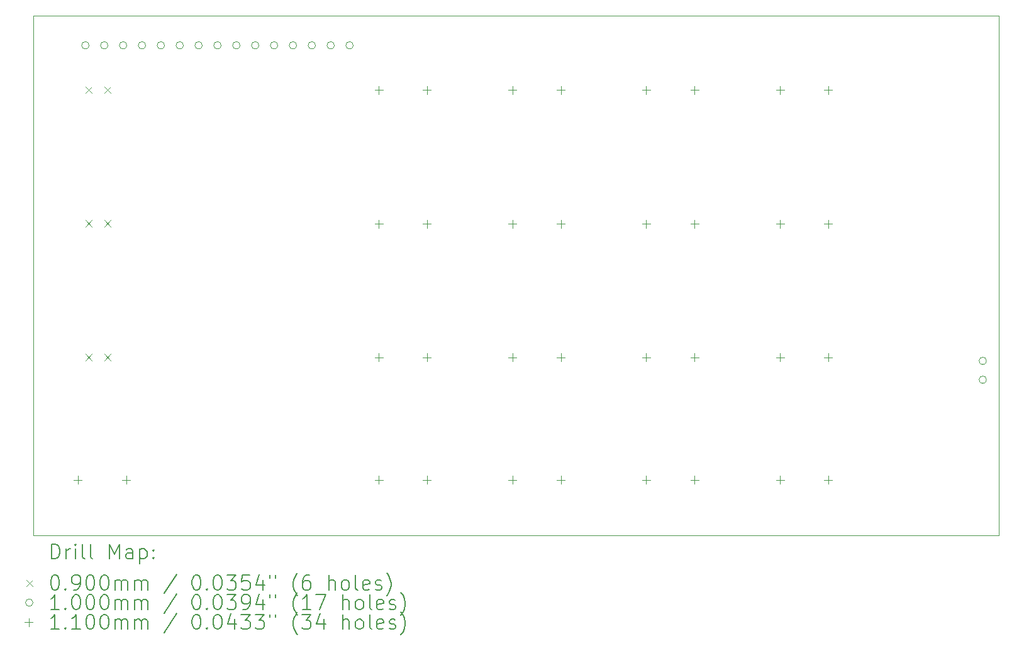
<source format=gbr>
%TF.GenerationSoftware,KiCad,Pcbnew,7.0.1-0*%
%TF.CreationDate,2024-08-11T08:50:27+01:00*%
%TF.ProjectId,Zero_1_Control_Panel,5a65726f-5f31-45f4-936f-6e74726f6c5f,rev?*%
%TF.SameCoordinates,Original*%
%TF.FileFunction,Drillmap*%
%TF.FilePolarity,Positive*%
%FSLAX45Y45*%
G04 Gerber Fmt 4.5, Leading zero omitted, Abs format (unit mm)*
G04 Created by KiCad (PCBNEW 7.0.1-0) date 2024-08-11 08:50:27*
%MOMM*%
%LPD*%
G01*
G04 APERTURE LIST*
%ADD10C,0.100000*%
%ADD11C,0.200000*%
%ADD12C,0.090000*%
%ADD13C,0.110000*%
G04 APERTURE END LIST*
D10*
X5000000Y-5000000D02*
X18000000Y-5000000D01*
X18000000Y-12000000D01*
X5000000Y-12000000D01*
X5000000Y-5000000D01*
D11*
D12*
X5701000Y-5955000D02*
X5791000Y-6045000D01*
X5791000Y-5955000D02*
X5701000Y-6045000D01*
X5701000Y-7755000D02*
X5791000Y-7845000D01*
X5791000Y-7755000D02*
X5701000Y-7845000D01*
X5701000Y-9555000D02*
X5791000Y-9645000D01*
X5791000Y-9555000D02*
X5701000Y-9645000D01*
X5955000Y-5955000D02*
X6045000Y-6045000D01*
X6045000Y-5955000D02*
X5955000Y-6045000D01*
X5955000Y-7755000D02*
X6045000Y-7845000D01*
X6045000Y-7755000D02*
X5955000Y-7845000D01*
X5955000Y-9555000D02*
X6045000Y-9645000D01*
X6045000Y-9555000D02*
X5955000Y-9645000D01*
D10*
X5750000Y-5400000D02*
G75*
G03*
X5750000Y-5400000I-50000J0D01*
G01*
X6004000Y-5400000D02*
G75*
G03*
X6004000Y-5400000I-50000J0D01*
G01*
X6258000Y-5400000D02*
G75*
G03*
X6258000Y-5400000I-50000J0D01*
G01*
X6512000Y-5400000D02*
G75*
G03*
X6512000Y-5400000I-50000J0D01*
G01*
X6766000Y-5400000D02*
G75*
G03*
X6766000Y-5400000I-50000J0D01*
G01*
X7020000Y-5400000D02*
G75*
G03*
X7020000Y-5400000I-50000J0D01*
G01*
X7274000Y-5400000D02*
G75*
G03*
X7274000Y-5400000I-50000J0D01*
G01*
X7528000Y-5400000D02*
G75*
G03*
X7528000Y-5400000I-50000J0D01*
G01*
X7782000Y-5400000D02*
G75*
G03*
X7782000Y-5400000I-50000J0D01*
G01*
X8036000Y-5400000D02*
G75*
G03*
X8036000Y-5400000I-50000J0D01*
G01*
X8290000Y-5400000D02*
G75*
G03*
X8290000Y-5400000I-50000J0D01*
G01*
X8544000Y-5400000D02*
G75*
G03*
X8544000Y-5400000I-50000J0D01*
G01*
X8798000Y-5400000D02*
G75*
G03*
X8798000Y-5400000I-50000J0D01*
G01*
X9052000Y-5400000D02*
G75*
G03*
X9052000Y-5400000I-50000J0D01*
G01*
X9306000Y-5400000D02*
G75*
G03*
X9306000Y-5400000I-50000J0D01*
G01*
X17830000Y-9652000D02*
G75*
G03*
X17830000Y-9652000I-50000J0D01*
G01*
X17830000Y-9906000D02*
G75*
G03*
X17830000Y-9906000I-50000J0D01*
G01*
D13*
X5600000Y-11199000D02*
X5600000Y-11309000D01*
X5545000Y-11254000D02*
X5655000Y-11254000D01*
X6250000Y-11199000D02*
X6250000Y-11309000D01*
X6195000Y-11254000D02*
X6305000Y-11254000D01*
X9650000Y-5949000D02*
X9650000Y-6059000D01*
X9595000Y-6004000D02*
X9705000Y-6004000D01*
X9650000Y-7749000D02*
X9650000Y-7859000D01*
X9595000Y-7804000D02*
X9705000Y-7804000D01*
X9650000Y-9549000D02*
X9650000Y-9659000D01*
X9595000Y-9604000D02*
X9705000Y-9604000D01*
X9650000Y-11199000D02*
X9650000Y-11309000D01*
X9595000Y-11254000D02*
X9705000Y-11254000D01*
X10300000Y-5949000D02*
X10300000Y-6059000D01*
X10245000Y-6004000D02*
X10355000Y-6004000D01*
X10300000Y-7749000D02*
X10300000Y-7859000D01*
X10245000Y-7804000D02*
X10355000Y-7804000D01*
X10300000Y-9549000D02*
X10300000Y-9659000D01*
X10245000Y-9604000D02*
X10355000Y-9604000D01*
X10300000Y-11199000D02*
X10300000Y-11309000D01*
X10245000Y-11254000D02*
X10355000Y-11254000D01*
X11450000Y-5949000D02*
X11450000Y-6059000D01*
X11395000Y-6004000D02*
X11505000Y-6004000D01*
X11450000Y-7749000D02*
X11450000Y-7859000D01*
X11395000Y-7804000D02*
X11505000Y-7804000D01*
X11450000Y-9549000D02*
X11450000Y-9659000D01*
X11395000Y-9604000D02*
X11505000Y-9604000D01*
X11450000Y-11199000D02*
X11450000Y-11309000D01*
X11395000Y-11254000D02*
X11505000Y-11254000D01*
X12100000Y-5949000D02*
X12100000Y-6059000D01*
X12045000Y-6004000D02*
X12155000Y-6004000D01*
X12100000Y-7749000D02*
X12100000Y-7859000D01*
X12045000Y-7804000D02*
X12155000Y-7804000D01*
X12100000Y-9549000D02*
X12100000Y-9659000D01*
X12045000Y-9604000D02*
X12155000Y-9604000D01*
X12100000Y-11199000D02*
X12100000Y-11309000D01*
X12045000Y-11254000D02*
X12155000Y-11254000D01*
X13250000Y-5949000D02*
X13250000Y-6059000D01*
X13195000Y-6004000D02*
X13305000Y-6004000D01*
X13250000Y-7749000D02*
X13250000Y-7859000D01*
X13195000Y-7804000D02*
X13305000Y-7804000D01*
X13250000Y-9549000D02*
X13250000Y-9659000D01*
X13195000Y-9604000D02*
X13305000Y-9604000D01*
X13250000Y-11199000D02*
X13250000Y-11309000D01*
X13195000Y-11254000D02*
X13305000Y-11254000D01*
X13900000Y-5949000D02*
X13900000Y-6059000D01*
X13845000Y-6004000D02*
X13955000Y-6004000D01*
X13900000Y-7749000D02*
X13900000Y-7859000D01*
X13845000Y-7804000D02*
X13955000Y-7804000D01*
X13900000Y-9549000D02*
X13900000Y-9659000D01*
X13845000Y-9604000D02*
X13955000Y-9604000D01*
X13900000Y-11199000D02*
X13900000Y-11309000D01*
X13845000Y-11254000D02*
X13955000Y-11254000D01*
X15050000Y-5949000D02*
X15050000Y-6059000D01*
X14995000Y-6004000D02*
X15105000Y-6004000D01*
X15050000Y-7749000D02*
X15050000Y-7859000D01*
X14995000Y-7804000D02*
X15105000Y-7804000D01*
X15050000Y-9549000D02*
X15050000Y-9659000D01*
X14995000Y-9604000D02*
X15105000Y-9604000D01*
X15050000Y-11199000D02*
X15050000Y-11309000D01*
X14995000Y-11254000D02*
X15105000Y-11254000D01*
X15700000Y-5949000D02*
X15700000Y-6059000D01*
X15645000Y-6004000D02*
X15755000Y-6004000D01*
X15700000Y-7749000D02*
X15700000Y-7859000D01*
X15645000Y-7804000D02*
X15755000Y-7804000D01*
X15700000Y-9549000D02*
X15700000Y-9659000D01*
X15645000Y-9604000D02*
X15755000Y-9604000D01*
X15700000Y-11199000D02*
X15700000Y-11309000D01*
X15645000Y-11254000D02*
X15755000Y-11254000D01*
D11*
X5242619Y-12317524D02*
X5242619Y-12117524D01*
X5242619Y-12117524D02*
X5290238Y-12117524D01*
X5290238Y-12117524D02*
X5318810Y-12127048D01*
X5318810Y-12127048D02*
X5337857Y-12146095D01*
X5337857Y-12146095D02*
X5347381Y-12165143D01*
X5347381Y-12165143D02*
X5356905Y-12203238D01*
X5356905Y-12203238D02*
X5356905Y-12231809D01*
X5356905Y-12231809D02*
X5347381Y-12269905D01*
X5347381Y-12269905D02*
X5337857Y-12288952D01*
X5337857Y-12288952D02*
X5318810Y-12308000D01*
X5318810Y-12308000D02*
X5290238Y-12317524D01*
X5290238Y-12317524D02*
X5242619Y-12317524D01*
X5442619Y-12317524D02*
X5442619Y-12184190D01*
X5442619Y-12222286D02*
X5452143Y-12203238D01*
X5452143Y-12203238D02*
X5461667Y-12193714D01*
X5461667Y-12193714D02*
X5480714Y-12184190D01*
X5480714Y-12184190D02*
X5499762Y-12184190D01*
X5566429Y-12317524D02*
X5566429Y-12184190D01*
X5566429Y-12117524D02*
X5556905Y-12127048D01*
X5556905Y-12127048D02*
X5566429Y-12136571D01*
X5566429Y-12136571D02*
X5575952Y-12127048D01*
X5575952Y-12127048D02*
X5566429Y-12117524D01*
X5566429Y-12117524D02*
X5566429Y-12136571D01*
X5690238Y-12317524D02*
X5671190Y-12308000D01*
X5671190Y-12308000D02*
X5661667Y-12288952D01*
X5661667Y-12288952D02*
X5661667Y-12117524D01*
X5795000Y-12317524D02*
X5775952Y-12308000D01*
X5775952Y-12308000D02*
X5766428Y-12288952D01*
X5766428Y-12288952D02*
X5766428Y-12117524D01*
X6023571Y-12317524D02*
X6023571Y-12117524D01*
X6023571Y-12117524D02*
X6090238Y-12260381D01*
X6090238Y-12260381D02*
X6156905Y-12117524D01*
X6156905Y-12117524D02*
X6156905Y-12317524D01*
X6337857Y-12317524D02*
X6337857Y-12212762D01*
X6337857Y-12212762D02*
X6328333Y-12193714D01*
X6328333Y-12193714D02*
X6309286Y-12184190D01*
X6309286Y-12184190D02*
X6271190Y-12184190D01*
X6271190Y-12184190D02*
X6252143Y-12193714D01*
X6337857Y-12308000D02*
X6318809Y-12317524D01*
X6318809Y-12317524D02*
X6271190Y-12317524D01*
X6271190Y-12317524D02*
X6252143Y-12308000D01*
X6252143Y-12308000D02*
X6242619Y-12288952D01*
X6242619Y-12288952D02*
X6242619Y-12269905D01*
X6242619Y-12269905D02*
X6252143Y-12250857D01*
X6252143Y-12250857D02*
X6271190Y-12241333D01*
X6271190Y-12241333D02*
X6318809Y-12241333D01*
X6318809Y-12241333D02*
X6337857Y-12231809D01*
X6433095Y-12184190D02*
X6433095Y-12384190D01*
X6433095Y-12193714D02*
X6452143Y-12184190D01*
X6452143Y-12184190D02*
X6490238Y-12184190D01*
X6490238Y-12184190D02*
X6509286Y-12193714D01*
X6509286Y-12193714D02*
X6518809Y-12203238D01*
X6518809Y-12203238D02*
X6528333Y-12222286D01*
X6528333Y-12222286D02*
X6528333Y-12279428D01*
X6528333Y-12279428D02*
X6518809Y-12298476D01*
X6518809Y-12298476D02*
X6509286Y-12308000D01*
X6509286Y-12308000D02*
X6490238Y-12317524D01*
X6490238Y-12317524D02*
X6452143Y-12317524D01*
X6452143Y-12317524D02*
X6433095Y-12308000D01*
X6614048Y-12298476D02*
X6623571Y-12308000D01*
X6623571Y-12308000D02*
X6614048Y-12317524D01*
X6614048Y-12317524D02*
X6604524Y-12308000D01*
X6604524Y-12308000D02*
X6614048Y-12298476D01*
X6614048Y-12298476D02*
X6614048Y-12317524D01*
X6614048Y-12193714D02*
X6623571Y-12203238D01*
X6623571Y-12203238D02*
X6614048Y-12212762D01*
X6614048Y-12212762D02*
X6604524Y-12203238D01*
X6604524Y-12203238D02*
X6614048Y-12193714D01*
X6614048Y-12193714D02*
X6614048Y-12212762D01*
D12*
X4905000Y-12600000D02*
X4995000Y-12690000D01*
X4995000Y-12600000D02*
X4905000Y-12690000D01*
D11*
X5280714Y-12537524D02*
X5299762Y-12537524D01*
X5299762Y-12537524D02*
X5318810Y-12547048D01*
X5318810Y-12547048D02*
X5328333Y-12556571D01*
X5328333Y-12556571D02*
X5337857Y-12575619D01*
X5337857Y-12575619D02*
X5347381Y-12613714D01*
X5347381Y-12613714D02*
X5347381Y-12661333D01*
X5347381Y-12661333D02*
X5337857Y-12699428D01*
X5337857Y-12699428D02*
X5328333Y-12718476D01*
X5328333Y-12718476D02*
X5318810Y-12728000D01*
X5318810Y-12728000D02*
X5299762Y-12737524D01*
X5299762Y-12737524D02*
X5280714Y-12737524D01*
X5280714Y-12737524D02*
X5261667Y-12728000D01*
X5261667Y-12728000D02*
X5252143Y-12718476D01*
X5252143Y-12718476D02*
X5242619Y-12699428D01*
X5242619Y-12699428D02*
X5233095Y-12661333D01*
X5233095Y-12661333D02*
X5233095Y-12613714D01*
X5233095Y-12613714D02*
X5242619Y-12575619D01*
X5242619Y-12575619D02*
X5252143Y-12556571D01*
X5252143Y-12556571D02*
X5261667Y-12547048D01*
X5261667Y-12547048D02*
X5280714Y-12537524D01*
X5433095Y-12718476D02*
X5442619Y-12728000D01*
X5442619Y-12728000D02*
X5433095Y-12737524D01*
X5433095Y-12737524D02*
X5423571Y-12728000D01*
X5423571Y-12728000D02*
X5433095Y-12718476D01*
X5433095Y-12718476D02*
X5433095Y-12737524D01*
X5537857Y-12737524D02*
X5575952Y-12737524D01*
X5575952Y-12737524D02*
X5595000Y-12728000D01*
X5595000Y-12728000D02*
X5604524Y-12718476D01*
X5604524Y-12718476D02*
X5623571Y-12689905D01*
X5623571Y-12689905D02*
X5633095Y-12651809D01*
X5633095Y-12651809D02*
X5633095Y-12575619D01*
X5633095Y-12575619D02*
X5623571Y-12556571D01*
X5623571Y-12556571D02*
X5614048Y-12547048D01*
X5614048Y-12547048D02*
X5595000Y-12537524D01*
X5595000Y-12537524D02*
X5556905Y-12537524D01*
X5556905Y-12537524D02*
X5537857Y-12547048D01*
X5537857Y-12547048D02*
X5528333Y-12556571D01*
X5528333Y-12556571D02*
X5518810Y-12575619D01*
X5518810Y-12575619D02*
X5518810Y-12623238D01*
X5518810Y-12623238D02*
X5528333Y-12642286D01*
X5528333Y-12642286D02*
X5537857Y-12651809D01*
X5537857Y-12651809D02*
X5556905Y-12661333D01*
X5556905Y-12661333D02*
X5595000Y-12661333D01*
X5595000Y-12661333D02*
X5614048Y-12651809D01*
X5614048Y-12651809D02*
X5623571Y-12642286D01*
X5623571Y-12642286D02*
X5633095Y-12623238D01*
X5756905Y-12537524D02*
X5775952Y-12537524D01*
X5775952Y-12537524D02*
X5795000Y-12547048D01*
X5795000Y-12547048D02*
X5804524Y-12556571D01*
X5804524Y-12556571D02*
X5814048Y-12575619D01*
X5814048Y-12575619D02*
X5823571Y-12613714D01*
X5823571Y-12613714D02*
X5823571Y-12661333D01*
X5823571Y-12661333D02*
X5814048Y-12699428D01*
X5814048Y-12699428D02*
X5804524Y-12718476D01*
X5804524Y-12718476D02*
X5795000Y-12728000D01*
X5795000Y-12728000D02*
X5775952Y-12737524D01*
X5775952Y-12737524D02*
X5756905Y-12737524D01*
X5756905Y-12737524D02*
X5737857Y-12728000D01*
X5737857Y-12728000D02*
X5728333Y-12718476D01*
X5728333Y-12718476D02*
X5718809Y-12699428D01*
X5718809Y-12699428D02*
X5709286Y-12661333D01*
X5709286Y-12661333D02*
X5709286Y-12613714D01*
X5709286Y-12613714D02*
X5718809Y-12575619D01*
X5718809Y-12575619D02*
X5728333Y-12556571D01*
X5728333Y-12556571D02*
X5737857Y-12547048D01*
X5737857Y-12547048D02*
X5756905Y-12537524D01*
X5947381Y-12537524D02*
X5966429Y-12537524D01*
X5966429Y-12537524D02*
X5985476Y-12547048D01*
X5985476Y-12547048D02*
X5995000Y-12556571D01*
X5995000Y-12556571D02*
X6004524Y-12575619D01*
X6004524Y-12575619D02*
X6014048Y-12613714D01*
X6014048Y-12613714D02*
X6014048Y-12661333D01*
X6014048Y-12661333D02*
X6004524Y-12699428D01*
X6004524Y-12699428D02*
X5995000Y-12718476D01*
X5995000Y-12718476D02*
X5985476Y-12728000D01*
X5985476Y-12728000D02*
X5966429Y-12737524D01*
X5966429Y-12737524D02*
X5947381Y-12737524D01*
X5947381Y-12737524D02*
X5928333Y-12728000D01*
X5928333Y-12728000D02*
X5918809Y-12718476D01*
X5918809Y-12718476D02*
X5909286Y-12699428D01*
X5909286Y-12699428D02*
X5899762Y-12661333D01*
X5899762Y-12661333D02*
X5899762Y-12613714D01*
X5899762Y-12613714D02*
X5909286Y-12575619D01*
X5909286Y-12575619D02*
X5918809Y-12556571D01*
X5918809Y-12556571D02*
X5928333Y-12547048D01*
X5928333Y-12547048D02*
X5947381Y-12537524D01*
X6099762Y-12737524D02*
X6099762Y-12604190D01*
X6099762Y-12623238D02*
X6109286Y-12613714D01*
X6109286Y-12613714D02*
X6128333Y-12604190D01*
X6128333Y-12604190D02*
X6156905Y-12604190D01*
X6156905Y-12604190D02*
X6175952Y-12613714D01*
X6175952Y-12613714D02*
X6185476Y-12632762D01*
X6185476Y-12632762D02*
X6185476Y-12737524D01*
X6185476Y-12632762D02*
X6195000Y-12613714D01*
X6195000Y-12613714D02*
X6214048Y-12604190D01*
X6214048Y-12604190D02*
X6242619Y-12604190D01*
X6242619Y-12604190D02*
X6261667Y-12613714D01*
X6261667Y-12613714D02*
X6271190Y-12632762D01*
X6271190Y-12632762D02*
X6271190Y-12737524D01*
X6366429Y-12737524D02*
X6366429Y-12604190D01*
X6366429Y-12623238D02*
X6375952Y-12613714D01*
X6375952Y-12613714D02*
X6395000Y-12604190D01*
X6395000Y-12604190D02*
X6423571Y-12604190D01*
X6423571Y-12604190D02*
X6442619Y-12613714D01*
X6442619Y-12613714D02*
X6452143Y-12632762D01*
X6452143Y-12632762D02*
X6452143Y-12737524D01*
X6452143Y-12632762D02*
X6461667Y-12613714D01*
X6461667Y-12613714D02*
X6480714Y-12604190D01*
X6480714Y-12604190D02*
X6509286Y-12604190D01*
X6509286Y-12604190D02*
X6528333Y-12613714D01*
X6528333Y-12613714D02*
X6537857Y-12632762D01*
X6537857Y-12632762D02*
X6537857Y-12737524D01*
X6928333Y-12528000D02*
X6756905Y-12785143D01*
X7185476Y-12537524D02*
X7204524Y-12537524D01*
X7204524Y-12537524D02*
X7223572Y-12547048D01*
X7223572Y-12547048D02*
X7233095Y-12556571D01*
X7233095Y-12556571D02*
X7242619Y-12575619D01*
X7242619Y-12575619D02*
X7252143Y-12613714D01*
X7252143Y-12613714D02*
X7252143Y-12661333D01*
X7252143Y-12661333D02*
X7242619Y-12699428D01*
X7242619Y-12699428D02*
X7233095Y-12718476D01*
X7233095Y-12718476D02*
X7223572Y-12728000D01*
X7223572Y-12728000D02*
X7204524Y-12737524D01*
X7204524Y-12737524D02*
X7185476Y-12737524D01*
X7185476Y-12737524D02*
X7166429Y-12728000D01*
X7166429Y-12728000D02*
X7156905Y-12718476D01*
X7156905Y-12718476D02*
X7147381Y-12699428D01*
X7147381Y-12699428D02*
X7137857Y-12661333D01*
X7137857Y-12661333D02*
X7137857Y-12613714D01*
X7137857Y-12613714D02*
X7147381Y-12575619D01*
X7147381Y-12575619D02*
X7156905Y-12556571D01*
X7156905Y-12556571D02*
X7166429Y-12547048D01*
X7166429Y-12547048D02*
X7185476Y-12537524D01*
X7337857Y-12718476D02*
X7347381Y-12728000D01*
X7347381Y-12728000D02*
X7337857Y-12737524D01*
X7337857Y-12737524D02*
X7328333Y-12728000D01*
X7328333Y-12728000D02*
X7337857Y-12718476D01*
X7337857Y-12718476D02*
X7337857Y-12737524D01*
X7471191Y-12537524D02*
X7490238Y-12537524D01*
X7490238Y-12537524D02*
X7509286Y-12547048D01*
X7509286Y-12547048D02*
X7518810Y-12556571D01*
X7518810Y-12556571D02*
X7528333Y-12575619D01*
X7528333Y-12575619D02*
X7537857Y-12613714D01*
X7537857Y-12613714D02*
X7537857Y-12661333D01*
X7537857Y-12661333D02*
X7528333Y-12699428D01*
X7528333Y-12699428D02*
X7518810Y-12718476D01*
X7518810Y-12718476D02*
X7509286Y-12728000D01*
X7509286Y-12728000D02*
X7490238Y-12737524D01*
X7490238Y-12737524D02*
X7471191Y-12737524D01*
X7471191Y-12737524D02*
X7452143Y-12728000D01*
X7452143Y-12728000D02*
X7442619Y-12718476D01*
X7442619Y-12718476D02*
X7433095Y-12699428D01*
X7433095Y-12699428D02*
X7423572Y-12661333D01*
X7423572Y-12661333D02*
X7423572Y-12613714D01*
X7423572Y-12613714D02*
X7433095Y-12575619D01*
X7433095Y-12575619D02*
X7442619Y-12556571D01*
X7442619Y-12556571D02*
X7452143Y-12547048D01*
X7452143Y-12547048D02*
X7471191Y-12537524D01*
X7604524Y-12537524D02*
X7728333Y-12537524D01*
X7728333Y-12537524D02*
X7661667Y-12613714D01*
X7661667Y-12613714D02*
X7690238Y-12613714D01*
X7690238Y-12613714D02*
X7709286Y-12623238D01*
X7709286Y-12623238D02*
X7718810Y-12632762D01*
X7718810Y-12632762D02*
X7728333Y-12651809D01*
X7728333Y-12651809D02*
X7728333Y-12699428D01*
X7728333Y-12699428D02*
X7718810Y-12718476D01*
X7718810Y-12718476D02*
X7709286Y-12728000D01*
X7709286Y-12728000D02*
X7690238Y-12737524D01*
X7690238Y-12737524D02*
X7633095Y-12737524D01*
X7633095Y-12737524D02*
X7614048Y-12728000D01*
X7614048Y-12728000D02*
X7604524Y-12718476D01*
X7909286Y-12537524D02*
X7814048Y-12537524D01*
X7814048Y-12537524D02*
X7804524Y-12632762D01*
X7804524Y-12632762D02*
X7814048Y-12623238D01*
X7814048Y-12623238D02*
X7833095Y-12613714D01*
X7833095Y-12613714D02*
X7880714Y-12613714D01*
X7880714Y-12613714D02*
X7899762Y-12623238D01*
X7899762Y-12623238D02*
X7909286Y-12632762D01*
X7909286Y-12632762D02*
X7918810Y-12651809D01*
X7918810Y-12651809D02*
X7918810Y-12699428D01*
X7918810Y-12699428D02*
X7909286Y-12718476D01*
X7909286Y-12718476D02*
X7899762Y-12728000D01*
X7899762Y-12728000D02*
X7880714Y-12737524D01*
X7880714Y-12737524D02*
X7833095Y-12737524D01*
X7833095Y-12737524D02*
X7814048Y-12728000D01*
X7814048Y-12728000D02*
X7804524Y-12718476D01*
X8090238Y-12604190D02*
X8090238Y-12737524D01*
X8042619Y-12528000D02*
X7995000Y-12670857D01*
X7995000Y-12670857D02*
X8118810Y-12670857D01*
X8185476Y-12537524D02*
X8185476Y-12575619D01*
X8261667Y-12537524D02*
X8261667Y-12575619D01*
X8556905Y-12813714D02*
X8547381Y-12804190D01*
X8547381Y-12804190D02*
X8528334Y-12775619D01*
X8528334Y-12775619D02*
X8518810Y-12756571D01*
X8518810Y-12756571D02*
X8509286Y-12728000D01*
X8509286Y-12728000D02*
X8499762Y-12680381D01*
X8499762Y-12680381D02*
X8499762Y-12642286D01*
X8499762Y-12642286D02*
X8509286Y-12594667D01*
X8509286Y-12594667D02*
X8518810Y-12566095D01*
X8518810Y-12566095D02*
X8528334Y-12547048D01*
X8528334Y-12547048D02*
X8547381Y-12518476D01*
X8547381Y-12518476D02*
X8556905Y-12508952D01*
X8718810Y-12537524D02*
X8680715Y-12537524D01*
X8680715Y-12537524D02*
X8661667Y-12547048D01*
X8661667Y-12547048D02*
X8652143Y-12556571D01*
X8652143Y-12556571D02*
X8633096Y-12585143D01*
X8633096Y-12585143D02*
X8623572Y-12623238D01*
X8623572Y-12623238D02*
X8623572Y-12699428D01*
X8623572Y-12699428D02*
X8633096Y-12718476D01*
X8633096Y-12718476D02*
X8642619Y-12728000D01*
X8642619Y-12728000D02*
X8661667Y-12737524D01*
X8661667Y-12737524D02*
X8699762Y-12737524D01*
X8699762Y-12737524D02*
X8718810Y-12728000D01*
X8718810Y-12728000D02*
X8728334Y-12718476D01*
X8728334Y-12718476D02*
X8737857Y-12699428D01*
X8737857Y-12699428D02*
X8737857Y-12651809D01*
X8737857Y-12651809D02*
X8728334Y-12632762D01*
X8728334Y-12632762D02*
X8718810Y-12623238D01*
X8718810Y-12623238D02*
X8699762Y-12613714D01*
X8699762Y-12613714D02*
X8661667Y-12613714D01*
X8661667Y-12613714D02*
X8642619Y-12623238D01*
X8642619Y-12623238D02*
X8633096Y-12632762D01*
X8633096Y-12632762D02*
X8623572Y-12651809D01*
X8975953Y-12737524D02*
X8975953Y-12537524D01*
X9061667Y-12737524D02*
X9061667Y-12632762D01*
X9061667Y-12632762D02*
X9052143Y-12613714D01*
X9052143Y-12613714D02*
X9033096Y-12604190D01*
X9033096Y-12604190D02*
X9004524Y-12604190D01*
X9004524Y-12604190D02*
X8985477Y-12613714D01*
X8985477Y-12613714D02*
X8975953Y-12623238D01*
X9185477Y-12737524D02*
X9166429Y-12728000D01*
X9166429Y-12728000D02*
X9156905Y-12718476D01*
X9156905Y-12718476D02*
X9147381Y-12699428D01*
X9147381Y-12699428D02*
X9147381Y-12642286D01*
X9147381Y-12642286D02*
X9156905Y-12623238D01*
X9156905Y-12623238D02*
X9166429Y-12613714D01*
X9166429Y-12613714D02*
X9185477Y-12604190D01*
X9185477Y-12604190D02*
X9214048Y-12604190D01*
X9214048Y-12604190D02*
X9233096Y-12613714D01*
X9233096Y-12613714D02*
X9242619Y-12623238D01*
X9242619Y-12623238D02*
X9252143Y-12642286D01*
X9252143Y-12642286D02*
X9252143Y-12699428D01*
X9252143Y-12699428D02*
X9242619Y-12718476D01*
X9242619Y-12718476D02*
X9233096Y-12728000D01*
X9233096Y-12728000D02*
X9214048Y-12737524D01*
X9214048Y-12737524D02*
X9185477Y-12737524D01*
X9366429Y-12737524D02*
X9347381Y-12728000D01*
X9347381Y-12728000D02*
X9337858Y-12708952D01*
X9337858Y-12708952D02*
X9337858Y-12537524D01*
X9518810Y-12728000D02*
X9499762Y-12737524D01*
X9499762Y-12737524D02*
X9461667Y-12737524D01*
X9461667Y-12737524D02*
X9442619Y-12728000D01*
X9442619Y-12728000D02*
X9433096Y-12708952D01*
X9433096Y-12708952D02*
X9433096Y-12632762D01*
X9433096Y-12632762D02*
X9442619Y-12613714D01*
X9442619Y-12613714D02*
X9461667Y-12604190D01*
X9461667Y-12604190D02*
X9499762Y-12604190D01*
X9499762Y-12604190D02*
X9518810Y-12613714D01*
X9518810Y-12613714D02*
X9528334Y-12632762D01*
X9528334Y-12632762D02*
X9528334Y-12651809D01*
X9528334Y-12651809D02*
X9433096Y-12670857D01*
X9604524Y-12728000D02*
X9623572Y-12737524D01*
X9623572Y-12737524D02*
X9661667Y-12737524D01*
X9661667Y-12737524D02*
X9680715Y-12728000D01*
X9680715Y-12728000D02*
X9690239Y-12708952D01*
X9690239Y-12708952D02*
X9690239Y-12699428D01*
X9690239Y-12699428D02*
X9680715Y-12680381D01*
X9680715Y-12680381D02*
X9661667Y-12670857D01*
X9661667Y-12670857D02*
X9633096Y-12670857D01*
X9633096Y-12670857D02*
X9614048Y-12661333D01*
X9614048Y-12661333D02*
X9604524Y-12642286D01*
X9604524Y-12642286D02*
X9604524Y-12632762D01*
X9604524Y-12632762D02*
X9614048Y-12613714D01*
X9614048Y-12613714D02*
X9633096Y-12604190D01*
X9633096Y-12604190D02*
X9661667Y-12604190D01*
X9661667Y-12604190D02*
X9680715Y-12613714D01*
X9756905Y-12813714D02*
X9766429Y-12804190D01*
X9766429Y-12804190D02*
X9785477Y-12775619D01*
X9785477Y-12775619D02*
X9795000Y-12756571D01*
X9795000Y-12756571D02*
X9804524Y-12728000D01*
X9804524Y-12728000D02*
X9814048Y-12680381D01*
X9814048Y-12680381D02*
X9814048Y-12642286D01*
X9814048Y-12642286D02*
X9804524Y-12594667D01*
X9804524Y-12594667D02*
X9795000Y-12566095D01*
X9795000Y-12566095D02*
X9785477Y-12547048D01*
X9785477Y-12547048D02*
X9766429Y-12518476D01*
X9766429Y-12518476D02*
X9756905Y-12508952D01*
D10*
X4995000Y-12909000D02*
G75*
G03*
X4995000Y-12909000I-50000J0D01*
G01*
D11*
X5347381Y-13001524D02*
X5233095Y-13001524D01*
X5290238Y-13001524D02*
X5290238Y-12801524D01*
X5290238Y-12801524D02*
X5271190Y-12830095D01*
X5271190Y-12830095D02*
X5252143Y-12849143D01*
X5252143Y-12849143D02*
X5233095Y-12858667D01*
X5433095Y-12982476D02*
X5442619Y-12992000D01*
X5442619Y-12992000D02*
X5433095Y-13001524D01*
X5433095Y-13001524D02*
X5423571Y-12992000D01*
X5423571Y-12992000D02*
X5433095Y-12982476D01*
X5433095Y-12982476D02*
X5433095Y-13001524D01*
X5566429Y-12801524D02*
X5585476Y-12801524D01*
X5585476Y-12801524D02*
X5604524Y-12811048D01*
X5604524Y-12811048D02*
X5614048Y-12820571D01*
X5614048Y-12820571D02*
X5623571Y-12839619D01*
X5623571Y-12839619D02*
X5633095Y-12877714D01*
X5633095Y-12877714D02*
X5633095Y-12925333D01*
X5633095Y-12925333D02*
X5623571Y-12963428D01*
X5623571Y-12963428D02*
X5614048Y-12982476D01*
X5614048Y-12982476D02*
X5604524Y-12992000D01*
X5604524Y-12992000D02*
X5585476Y-13001524D01*
X5585476Y-13001524D02*
X5566429Y-13001524D01*
X5566429Y-13001524D02*
X5547381Y-12992000D01*
X5547381Y-12992000D02*
X5537857Y-12982476D01*
X5537857Y-12982476D02*
X5528333Y-12963428D01*
X5528333Y-12963428D02*
X5518810Y-12925333D01*
X5518810Y-12925333D02*
X5518810Y-12877714D01*
X5518810Y-12877714D02*
X5528333Y-12839619D01*
X5528333Y-12839619D02*
X5537857Y-12820571D01*
X5537857Y-12820571D02*
X5547381Y-12811048D01*
X5547381Y-12811048D02*
X5566429Y-12801524D01*
X5756905Y-12801524D02*
X5775952Y-12801524D01*
X5775952Y-12801524D02*
X5795000Y-12811048D01*
X5795000Y-12811048D02*
X5804524Y-12820571D01*
X5804524Y-12820571D02*
X5814048Y-12839619D01*
X5814048Y-12839619D02*
X5823571Y-12877714D01*
X5823571Y-12877714D02*
X5823571Y-12925333D01*
X5823571Y-12925333D02*
X5814048Y-12963428D01*
X5814048Y-12963428D02*
X5804524Y-12982476D01*
X5804524Y-12982476D02*
X5795000Y-12992000D01*
X5795000Y-12992000D02*
X5775952Y-13001524D01*
X5775952Y-13001524D02*
X5756905Y-13001524D01*
X5756905Y-13001524D02*
X5737857Y-12992000D01*
X5737857Y-12992000D02*
X5728333Y-12982476D01*
X5728333Y-12982476D02*
X5718809Y-12963428D01*
X5718809Y-12963428D02*
X5709286Y-12925333D01*
X5709286Y-12925333D02*
X5709286Y-12877714D01*
X5709286Y-12877714D02*
X5718809Y-12839619D01*
X5718809Y-12839619D02*
X5728333Y-12820571D01*
X5728333Y-12820571D02*
X5737857Y-12811048D01*
X5737857Y-12811048D02*
X5756905Y-12801524D01*
X5947381Y-12801524D02*
X5966429Y-12801524D01*
X5966429Y-12801524D02*
X5985476Y-12811048D01*
X5985476Y-12811048D02*
X5995000Y-12820571D01*
X5995000Y-12820571D02*
X6004524Y-12839619D01*
X6004524Y-12839619D02*
X6014048Y-12877714D01*
X6014048Y-12877714D02*
X6014048Y-12925333D01*
X6014048Y-12925333D02*
X6004524Y-12963428D01*
X6004524Y-12963428D02*
X5995000Y-12982476D01*
X5995000Y-12982476D02*
X5985476Y-12992000D01*
X5985476Y-12992000D02*
X5966429Y-13001524D01*
X5966429Y-13001524D02*
X5947381Y-13001524D01*
X5947381Y-13001524D02*
X5928333Y-12992000D01*
X5928333Y-12992000D02*
X5918809Y-12982476D01*
X5918809Y-12982476D02*
X5909286Y-12963428D01*
X5909286Y-12963428D02*
X5899762Y-12925333D01*
X5899762Y-12925333D02*
X5899762Y-12877714D01*
X5899762Y-12877714D02*
X5909286Y-12839619D01*
X5909286Y-12839619D02*
X5918809Y-12820571D01*
X5918809Y-12820571D02*
X5928333Y-12811048D01*
X5928333Y-12811048D02*
X5947381Y-12801524D01*
X6099762Y-13001524D02*
X6099762Y-12868190D01*
X6099762Y-12887238D02*
X6109286Y-12877714D01*
X6109286Y-12877714D02*
X6128333Y-12868190D01*
X6128333Y-12868190D02*
X6156905Y-12868190D01*
X6156905Y-12868190D02*
X6175952Y-12877714D01*
X6175952Y-12877714D02*
X6185476Y-12896762D01*
X6185476Y-12896762D02*
X6185476Y-13001524D01*
X6185476Y-12896762D02*
X6195000Y-12877714D01*
X6195000Y-12877714D02*
X6214048Y-12868190D01*
X6214048Y-12868190D02*
X6242619Y-12868190D01*
X6242619Y-12868190D02*
X6261667Y-12877714D01*
X6261667Y-12877714D02*
X6271190Y-12896762D01*
X6271190Y-12896762D02*
X6271190Y-13001524D01*
X6366429Y-13001524D02*
X6366429Y-12868190D01*
X6366429Y-12887238D02*
X6375952Y-12877714D01*
X6375952Y-12877714D02*
X6395000Y-12868190D01*
X6395000Y-12868190D02*
X6423571Y-12868190D01*
X6423571Y-12868190D02*
X6442619Y-12877714D01*
X6442619Y-12877714D02*
X6452143Y-12896762D01*
X6452143Y-12896762D02*
X6452143Y-13001524D01*
X6452143Y-12896762D02*
X6461667Y-12877714D01*
X6461667Y-12877714D02*
X6480714Y-12868190D01*
X6480714Y-12868190D02*
X6509286Y-12868190D01*
X6509286Y-12868190D02*
X6528333Y-12877714D01*
X6528333Y-12877714D02*
X6537857Y-12896762D01*
X6537857Y-12896762D02*
X6537857Y-13001524D01*
X6928333Y-12792000D02*
X6756905Y-13049143D01*
X7185476Y-12801524D02*
X7204524Y-12801524D01*
X7204524Y-12801524D02*
X7223572Y-12811048D01*
X7223572Y-12811048D02*
X7233095Y-12820571D01*
X7233095Y-12820571D02*
X7242619Y-12839619D01*
X7242619Y-12839619D02*
X7252143Y-12877714D01*
X7252143Y-12877714D02*
X7252143Y-12925333D01*
X7252143Y-12925333D02*
X7242619Y-12963428D01*
X7242619Y-12963428D02*
X7233095Y-12982476D01*
X7233095Y-12982476D02*
X7223572Y-12992000D01*
X7223572Y-12992000D02*
X7204524Y-13001524D01*
X7204524Y-13001524D02*
X7185476Y-13001524D01*
X7185476Y-13001524D02*
X7166429Y-12992000D01*
X7166429Y-12992000D02*
X7156905Y-12982476D01*
X7156905Y-12982476D02*
X7147381Y-12963428D01*
X7147381Y-12963428D02*
X7137857Y-12925333D01*
X7137857Y-12925333D02*
X7137857Y-12877714D01*
X7137857Y-12877714D02*
X7147381Y-12839619D01*
X7147381Y-12839619D02*
X7156905Y-12820571D01*
X7156905Y-12820571D02*
X7166429Y-12811048D01*
X7166429Y-12811048D02*
X7185476Y-12801524D01*
X7337857Y-12982476D02*
X7347381Y-12992000D01*
X7347381Y-12992000D02*
X7337857Y-13001524D01*
X7337857Y-13001524D02*
X7328333Y-12992000D01*
X7328333Y-12992000D02*
X7337857Y-12982476D01*
X7337857Y-12982476D02*
X7337857Y-13001524D01*
X7471191Y-12801524D02*
X7490238Y-12801524D01*
X7490238Y-12801524D02*
X7509286Y-12811048D01*
X7509286Y-12811048D02*
X7518810Y-12820571D01*
X7518810Y-12820571D02*
X7528333Y-12839619D01*
X7528333Y-12839619D02*
X7537857Y-12877714D01*
X7537857Y-12877714D02*
X7537857Y-12925333D01*
X7537857Y-12925333D02*
X7528333Y-12963428D01*
X7528333Y-12963428D02*
X7518810Y-12982476D01*
X7518810Y-12982476D02*
X7509286Y-12992000D01*
X7509286Y-12992000D02*
X7490238Y-13001524D01*
X7490238Y-13001524D02*
X7471191Y-13001524D01*
X7471191Y-13001524D02*
X7452143Y-12992000D01*
X7452143Y-12992000D02*
X7442619Y-12982476D01*
X7442619Y-12982476D02*
X7433095Y-12963428D01*
X7433095Y-12963428D02*
X7423572Y-12925333D01*
X7423572Y-12925333D02*
X7423572Y-12877714D01*
X7423572Y-12877714D02*
X7433095Y-12839619D01*
X7433095Y-12839619D02*
X7442619Y-12820571D01*
X7442619Y-12820571D02*
X7452143Y-12811048D01*
X7452143Y-12811048D02*
X7471191Y-12801524D01*
X7604524Y-12801524D02*
X7728333Y-12801524D01*
X7728333Y-12801524D02*
X7661667Y-12877714D01*
X7661667Y-12877714D02*
X7690238Y-12877714D01*
X7690238Y-12877714D02*
X7709286Y-12887238D01*
X7709286Y-12887238D02*
X7718810Y-12896762D01*
X7718810Y-12896762D02*
X7728333Y-12915809D01*
X7728333Y-12915809D02*
X7728333Y-12963428D01*
X7728333Y-12963428D02*
X7718810Y-12982476D01*
X7718810Y-12982476D02*
X7709286Y-12992000D01*
X7709286Y-12992000D02*
X7690238Y-13001524D01*
X7690238Y-13001524D02*
X7633095Y-13001524D01*
X7633095Y-13001524D02*
X7614048Y-12992000D01*
X7614048Y-12992000D02*
X7604524Y-12982476D01*
X7823572Y-13001524D02*
X7861667Y-13001524D01*
X7861667Y-13001524D02*
X7880714Y-12992000D01*
X7880714Y-12992000D02*
X7890238Y-12982476D01*
X7890238Y-12982476D02*
X7909286Y-12953905D01*
X7909286Y-12953905D02*
X7918810Y-12915809D01*
X7918810Y-12915809D02*
X7918810Y-12839619D01*
X7918810Y-12839619D02*
X7909286Y-12820571D01*
X7909286Y-12820571D02*
X7899762Y-12811048D01*
X7899762Y-12811048D02*
X7880714Y-12801524D01*
X7880714Y-12801524D02*
X7842619Y-12801524D01*
X7842619Y-12801524D02*
X7823572Y-12811048D01*
X7823572Y-12811048D02*
X7814048Y-12820571D01*
X7814048Y-12820571D02*
X7804524Y-12839619D01*
X7804524Y-12839619D02*
X7804524Y-12887238D01*
X7804524Y-12887238D02*
X7814048Y-12906286D01*
X7814048Y-12906286D02*
X7823572Y-12915809D01*
X7823572Y-12915809D02*
X7842619Y-12925333D01*
X7842619Y-12925333D02*
X7880714Y-12925333D01*
X7880714Y-12925333D02*
X7899762Y-12915809D01*
X7899762Y-12915809D02*
X7909286Y-12906286D01*
X7909286Y-12906286D02*
X7918810Y-12887238D01*
X8090238Y-12868190D02*
X8090238Y-13001524D01*
X8042619Y-12792000D02*
X7995000Y-12934857D01*
X7995000Y-12934857D02*
X8118810Y-12934857D01*
X8185476Y-12801524D02*
X8185476Y-12839619D01*
X8261667Y-12801524D02*
X8261667Y-12839619D01*
X8556905Y-13077714D02*
X8547381Y-13068190D01*
X8547381Y-13068190D02*
X8528334Y-13039619D01*
X8528334Y-13039619D02*
X8518810Y-13020571D01*
X8518810Y-13020571D02*
X8509286Y-12992000D01*
X8509286Y-12992000D02*
X8499762Y-12944381D01*
X8499762Y-12944381D02*
X8499762Y-12906286D01*
X8499762Y-12906286D02*
X8509286Y-12858667D01*
X8509286Y-12858667D02*
X8518810Y-12830095D01*
X8518810Y-12830095D02*
X8528334Y-12811048D01*
X8528334Y-12811048D02*
X8547381Y-12782476D01*
X8547381Y-12782476D02*
X8556905Y-12772952D01*
X8737857Y-13001524D02*
X8623572Y-13001524D01*
X8680715Y-13001524D02*
X8680715Y-12801524D01*
X8680715Y-12801524D02*
X8661667Y-12830095D01*
X8661667Y-12830095D02*
X8642619Y-12849143D01*
X8642619Y-12849143D02*
X8623572Y-12858667D01*
X8804524Y-12801524D02*
X8937857Y-12801524D01*
X8937857Y-12801524D02*
X8852143Y-13001524D01*
X9166429Y-13001524D02*
X9166429Y-12801524D01*
X9252143Y-13001524D02*
X9252143Y-12896762D01*
X9252143Y-12896762D02*
X9242619Y-12877714D01*
X9242619Y-12877714D02*
X9223572Y-12868190D01*
X9223572Y-12868190D02*
X9195000Y-12868190D01*
X9195000Y-12868190D02*
X9175953Y-12877714D01*
X9175953Y-12877714D02*
X9166429Y-12887238D01*
X9375953Y-13001524D02*
X9356905Y-12992000D01*
X9356905Y-12992000D02*
X9347381Y-12982476D01*
X9347381Y-12982476D02*
X9337858Y-12963428D01*
X9337858Y-12963428D02*
X9337858Y-12906286D01*
X9337858Y-12906286D02*
X9347381Y-12887238D01*
X9347381Y-12887238D02*
X9356905Y-12877714D01*
X9356905Y-12877714D02*
X9375953Y-12868190D01*
X9375953Y-12868190D02*
X9404524Y-12868190D01*
X9404524Y-12868190D02*
X9423572Y-12877714D01*
X9423572Y-12877714D02*
X9433096Y-12887238D01*
X9433096Y-12887238D02*
X9442619Y-12906286D01*
X9442619Y-12906286D02*
X9442619Y-12963428D01*
X9442619Y-12963428D02*
X9433096Y-12982476D01*
X9433096Y-12982476D02*
X9423572Y-12992000D01*
X9423572Y-12992000D02*
X9404524Y-13001524D01*
X9404524Y-13001524D02*
X9375953Y-13001524D01*
X9556905Y-13001524D02*
X9537858Y-12992000D01*
X9537858Y-12992000D02*
X9528334Y-12972952D01*
X9528334Y-12972952D02*
X9528334Y-12801524D01*
X9709286Y-12992000D02*
X9690239Y-13001524D01*
X9690239Y-13001524D02*
X9652143Y-13001524D01*
X9652143Y-13001524D02*
X9633096Y-12992000D01*
X9633096Y-12992000D02*
X9623572Y-12972952D01*
X9623572Y-12972952D02*
X9623572Y-12896762D01*
X9623572Y-12896762D02*
X9633096Y-12877714D01*
X9633096Y-12877714D02*
X9652143Y-12868190D01*
X9652143Y-12868190D02*
X9690239Y-12868190D01*
X9690239Y-12868190D02*
X9709286Y-12877714D01*
X9709286Y-12877714D02*
X9718810Y-12896762D01*
X9718810Y-12896762D02*
X9718810Y-12915809D01*
X9718810Y-12915809D02*
X9623572Y-12934857D01*
X9795000Y-12992000D02*
X9814048Y-13001524D01*
X9814048Y-13001524D02*
X9852143Y-13001524D01*
X9852143Y-13001524D02*
X9871191Y-12992000D01*
X9871191Y-12992000D02*
X9880715Y-12972952D01*
X9880715Y-12972952D02*
X9880715Y-12963428D01*
X9880715Y-12963428D02*
X9871191Y-12944381D01*
X9871191Y-12944381D02*
X9852143Y-12934857D01*
X9852143Y-12934857D02*
X9823572Y-12934857D01*
X9823572Y-12934857D02*
X9804524Y-12925333D01*
X9804524Y-12925333D02*
X9795000Y-12906286D01*
X9795000Y-12906286D02*
X9795000Y-12896762D01*
X9795000Y-12896762D02*
X9804524Y-12877714D01*
X9804524Y-12877714D02*
X9823572Y-12868190D01*
X9823572Y-12868190D02*
X9852143Y-12868190D01*
X9852143Y-12868190D02*
X9871191Y-12877714D01*
X9947381Y-13077714D02*
X9956905Y-13068190D01*
X9956905Y-13068190D02*
X9975953Y-13039619D01*
X9975953Y-13039619D02*
X9985477Y-13020571D01*
X9985477Y-13020571D02*
X9995000Y-12992000D01*
X9995000Y-12992000D02*
X10004524Y-12944381D01*
X10004524Y-12944381D02*
X10004524Y-12906286D01*
X10004524Y-12906286D02*
X9995000Y-12858667D01*
X9995000Y-12858667D02*
X9985477Y-12830095D01*
X9985477Y-12830095D02*
X9975953Y-12811048D01*
X9975953Y-12811048D02*
X9956905Y-12782476D01*
X9956905Y-12782476D02*
X9947381Y-12772952D01*
D13*
X4940000Y-13118000D02*
X4940000Y-13228000D01*
X4885000Y-13173000D02*
X4995000Y-13173000D01*
D11*
X5347381Y-13265524D02*
X5233095Y-13265524D01*
X5290238Y-13265524D02*
X5290238Y-13065524D01*
X5290238Y-13065524D02*
X5271190Y-13094095D01*
X5271190Y-13094095D02*
X5252143Y-13113143D01*
X5252143Y-13113143D02*
X5233095Y-13122667D01*
X5433095Y-13246476D02*
X5442619Y-13256000D01*
X5442619Y-13256000D02*
X5433095Y-13265524D01*
X5433095Y-13265524D02*
X5423571Y-13256000D01*
X5423571Y-13256000D02*
X5433095Y-13246476D01*
X5433095Y-13246476D02*
X5433095Y-13265524D01*
X5633095Y-13265524D02*
X5518810Y-13265524D01*
X5575952Y-13265524D02*
X5575952Y-13065524D01*
X5575952Y-13065524D02*
X5556905Y-13094095D01*
X5556905Y-13094095D02*
X5537857Y-13113143D01*
X5537857Y-13113143D02*
X5518810Y-13122667D01*
X5756905Y-13065524D02*
X5775952Y-13065524D01*
X5775952Y-13065524D02*
X5795000Y-13075048D01*
X5795000Y-13075048D02*
X5804524Y-13084571D01*
X5804524Y-13084571D02*
X5814048Y-13103619D01*
X5814048Y-13103619D02*
X5823571Y-13141714D01*
X5823571Y-13141714D02*
X5823571Y-13189333D01*
X5823571Y-13189333D02*
X5814048Y-13227428D01*
X5814048Y-13227428D02*
X5804524Y-13246476D01*
X5804524Y-13246476D02*
X5795000Y-13256000D01*
X5795000Y-13256000D02*
X5775952Y-13265524D01*
X5775952Y-13265524D02*
X5756905Y-13265524D01*
X5756905Y-13265524D02*
X5737857Y-13256000D01*
X5737857Y-13256000D02*
X5728333Y-13246476D01*
X5728333Y-13246476D02*
X5718809Y-13227428D01*
X5718809Y-13227428D02*
X5709286Y-13189333D01*
X5709286Y-13189333D02*
X5709286Y-13141714D01*
X5709286Y-13141714D02*
X5718809Y-13103619D01*
X5718809Y-13103619D02*
X5728333Y-13084571D01*
X5728333Y-13084571D02*
X5737857Y-13075048D01*
X5737857Y-13075048D02*
X5756905Y-13065524D01*
X5947381Y-13065524D02*
X5966429Y-13065524D01*
X5966429Y-13065524D02*
X5985476Y-13075048D01*
X5985476Y-13075048D02*
X5995000Y-13084571D01*
X5995000Y-13084571D02*
X6004524Y-13103619D01*
X6004524Y-13103619D02*
X6014048Y-13141714D01*
X6014048Y-13141714D02*
X6014048Y-13189333D01*
X6014048Y-13189333D02*
X6004524Y-13227428D01*
X6004524Y-13227428D02*
X5995000Y-13246476D01*
X5995000Y-13246476D02*
X5985476Y-13256000D01*
X5985476Y-13256000D02*
X5966429Y-13265524D01*
X5966429Y-13265524D02*
X5947381Y-13265524D01*
X5947381Y-13265524D02*
X5928333Y-13256000D01*
X5928333Y-13256000D02*
X5918809Y-13246476D01*
X5918809Y-13246476D02*
X5909286Y-13227428D01*
X5909286Y-13227428D02*
X5899762Y-13189333D01*
X5899762Y-13189333D02*
X5899762Y-13141714D01*
X5899762Y-13141714D02*
X5909286Y-13103619D01*
X5909286Y-13103619D02*
X5918809Y-13084571D01*
X5918809Y-13084571D02*
X5928333Y-13075048D01*
X5928333Y-13075048D02*
X5947381Y-13065524D01*
X6099762Y-13265524D02*
X6099762Y-13132190D01*
X6099762Y-13151238D02*
X6109286Y-13141714D01*
X6109286Y-13141714D02*
X6128333Y-13132190D01*
X6128333Y-13132190D02*
X6156905Y-13132190D01*
X6156905Y-13132190D02*
X6175952Y-13141714D01*
X6175952Y-13141714D02*
X6185476Y-13160762D01*
X6185476Y-13160762D02*
X6185476Y-13265524D01*
X6185476Y-13160762D02*
X6195000Y-13141714D01*
X6195000Y-13141714D02*
X6214048Y-13132190D01*
X6214048Y-13132190D02*
X6242619Y-13132190D01*
X6242619Y-13132190D02*
X6261667Y-13141714D01*
X6261667Y-13141714D02*
X6271190Y-13160762D01*
X6271190Y-13160762D02*
X6271190Y-13265524D01*
X6366429Y-13265524D02*
X6366429Y-13132190D01*
X6366429Y-13151238D02*
X6375952Y-13141714D01*
X6375952Y-13141714D02*
X6395000Y-13132190D01*
X6395000Y-13132190D02*
X6423571Y-13132190D01*
X6423571Y-13132190D02*
X6442619Y-13141714D01*
X6442619Y-13141714D02*
X6452143Y-13160762D01*
X6452143Y-13160762D02*
X6452143Y-13265524D01*
X6452143Y-13160762D02*
X6461667Y-13141714D01*
X6461667Y-13141714D02*
X6480714Y-13132190D01*
X6480714Y-13132190D02*
X6509286Y-13132190D01*
X6509286Y-13132190D02*
X6528333Y-13141714D01*
X6528333Y-13141714D02*
X6537857Y-13160762D01*
X6537857Y-13160762D02*
X6537857Y-13265524D01*
X6928333Y-13056000D02*
X6756905Y-13313143D01*
X7185476Y-13065524D02*
X7204524Y-13065524D01*
X7204524Y-13065524D02*
X7223572Y-13075048D01*
X7223572Y-13075048D02*
X7233095Y-13084571D01*
X7233095Y-13084571D02*
X7242619Y-13103619D01*
X7242619Y-13103619D02*
X7252143Y-13141714D01*
X7252143Y-13141714D02*
X7252143Y-13189333D01*
X7252143Y-13189333D02*
X7242619Y-13227428D01*
X7242619Y-13227428D02*
X7233095Y-13246476D01*
X7233095Y-13246476D02*
X7223572Y-13256000D01*
X7223572Y-13256000D02*
X7204524Y-13265524D01*
X7204524Y-13265524D02*
X7185476Y-13265524D01*
X7185476Y-13265524D02*
X7166429Y-13256000D01*
X7166429Y-13256000D02*
X7156905Y-13246476D01*
X7156905Y-13246476D02*
X7147381Y-13227428D01*
X7147381Y-13227428D02*
X7137857Y-13189333D01*
X7137857Y-13189333D02*
X7137857Y-13141714D01*
X7137857Y-13141714D02*
X7147381Y-13103619D01*
X7147381Y-13103619D02*
X7156905Y-13084571D01*
X7156905Y-13084571D02*
X7166429Y-13075048D01*
X7166429Y-13075048D02*
X7185476Y-13065524D01*
X7337857Y-13246476D02*
X7347381Y-13256000D01*
X7347381Y-13256000D02*
X7337857Y-13265524D01*
X7337857Y-13265524D02*
X7328333Y-13256000D01*
X7328333Y-13256000D02*
X7337857Y-13246476D01*
X7337857Y-13246476D02*
X7337857Y-13265524D01*
X7471191Y-13065524D02*
X7490238Y-13065524D01*
X7490238Y-13065524D02*
X7509286Y-13075048D01*
X7509286Y-13075048D02*
X7518810Y-13084571D01*
X7518810Y-13084571D02*
X7528333Y-13103619D01*
X7528333Y-13103619D02*
X7537857Y-13141714D01*
X7537857Y-13141714D02*
X7537857Y-13189333D01*
X7537857Y-13189333D02*
X7528333Y-13227428D01*
X7528333Y-13227428D02*
X7518810Y-13246476D01*
X7518810Y-13246476D02*
X7509286Y-13256000D01*
X7509286Y-13256000D02*
X7490238Y-13265524D01*
X7490238Y-13265524D02*
X7471191Y-13265524D01*
X7471191Y-13265524D02*
X7452143Y-13256000D01*
X7452143Y-13256000D02*
X7442619Y-13246476D01*
X7442619Y-13246476D02*
X7433095Y-13227428D01*
X7433095Y-13227428D02*
X7423572Y-13189333D01*
X7423572Y-13189333D02*
X7423572Y-13141714D01*
X7423572Y-13141714D02*
X7433095Y-13103619D01*
X7433095Y-13103619D02*
X7442619Y-13084571D01*
X7442619Y-13084571D02*
X7452143Y-13075048D01*
X7452143Y-13075048D02*
X7471191Y-13065524D01*
X7709286Y-13132190D02*
X7709286Y-13265524D01*
X7661667Y-13056000D02*
X7614048Y-13198857D01*
X7614048Y-13198857D02*
X7737857Y-13198857D01*
X7795000Y-13065524D02*
X7918810Y-13065524D01*
X7918810Y-13065524D02*
X7852143Y-13141714D01*
X7852143Y-13141714D02*
X7880714Y-13141714D01*
X7880714Y-13141714D02*
X7899762Y-13151238D01*
X7899762Y-13151238D02*
X7909286Y-13160762D01*
X7909286Y-13160762D02*
X7918810Y-13179809D01*
X7918810Y-13179809D02*
X7918810Y-13227428D01*
X7918810Y-13227428D02*
X7909286Y-13246476D01*
X7909286Y-13246476D02*
X7899762Y-13256000D01*
X7899762Y-13256000D02*
X7880714Y-13265524D01*
X7880714Y-13265524D02*
X7823572Y-13265524D01*
X7823572Y-13265524D02*
X7804524Y-13256000D01*
X7804524Y-13256000D02*
X7795000Y-13246476D01*
X7985476Y-13065524D02*
X8109286Y-13065524D01*
X8109286Y-13065524D02*
X8042619Y-13141714D01*
X8042619Y-13141714D02*
X8071191Y-13141714D01*
X8071191Y-13141714D02*
X8090238Y-13151238D01*
X8090238Y-13151238D02*
X8099762Y-13160762D01*
X8099762Y-13160762D02*
X8109286Y-13179809D01*
X8109286Y-13179809D02*
X8109286Y-13227428D01*
X8109286Y-13227428D02*
X8099762Y-13246476D01*
X8099762Y-13246476D02*
X8090238Y-13256000D01*
X8090238Y-13256000D02*
X8071191Y-13265524D01*
X8071191Y-13265524D02*
X8014048Y-13265524D01*
X8014048Y-13265524D02*
X7995000Y-13256000D01*
X7995000Y-13256000D02*
X7985476Y-13246476D01*
X8185476Y-13065524D02*
X8185476Y-13103619D01*
X8261667Y-13065524D02*
X8261667Y-13103619D01*
X8556905Y-13341714D02*
X8547381Y-13332190D01*
X8547381Y-13332190D02*
X8528334Y-13303619D01*
X8528334Y-13303619D02*
X8518810Y-13284571D01*
X8518810Y-13284571D02*
X8509286Y-13256000D01*
X8509286Y-13256000D02*
X8499762Y-13208381D01*
X8499762Y-13208381D02*
X8499762Y-13170286D01*
X8499762Y-13170286D02*
X8509286Y-13122667D01*
X8509286Y-13122667D02*
X8518810Y-13094095D01*
X8518810Y-13094095D02*
X8528334Y-13075048D01*
X8528334Y-13075048D02*
X8547381Y-13046476D01*
X8547381Y-13046476D02*
X8556905Y-13036952D01*
X8614048Y-13065524D02*
X8737857Y-13065524D01*
X8737857Y-13065524D02*
X8671191Y-13141714D01*
X8671191Y-13141714D02*
X8699762Y-13141714D01*
X8699762Y-13141714D02*
X8718810Y-13151238D01*
X8718810Y-13151238D02*
X8728334Y-13160762D01*
X8728334Y-13160762D02*
X8737857Y-13179809D01*
X8737857Y-13179809D02*
X8737857Y-13227428D01*
X8737857Y-13227428D02*
X8728334Y-13246476D01*
X8728334Y-13246476D02*
X8718810Y-13256000D01*
X8718810Y-13256000D02*
X8699762Y-13265524D01*
X8699762Y-13265524D02*
X8642619Y-13265524D01*
X8642619Y-13265524D02*
X8623572Y-13256000D01*
X8623572Y-13256000D02*
X8614048Y-13246476D01*
X8909286Y-13132190D02*
X8909286Y-13265524D01*
X8861667Y-13056000D02*
X8814048Y-13198857D01*
X8814048Y-13198857D02*
X8937857Y-13198857D01*
X9166429Y-13265524D02*
X9166429Y-13065524D01*
X9252143Y-13265524D02*
X9252143Y-13160762D01*
X9252143Y-13160762D02*
X9242619Y-13141714D01*
X9242619Y-13141714D02*
X9223572Y-13132190D01*
X9223572Y-13132190D02*
X9195000Y-13132190D01*
X9195000Y-13132190D02*
X9175953Y-13141714D01*
X9175953Y-13141714D02*
X9166429Y-13151238D01*
X9375953Y-13265524D02*
X9356905Y-13256000D01*
X9356905Y-13256000D02*
X9347381Y-13246476D01*
X9347381Y-13246476D02*
X9337858Y-13227428D01*
X9337858Y-13227428D02*
X9337858Y-13170286D01*
X9337858Y-13170286D02*
X9347381Y-13151238D01*
X9347381Y-13151238D02*
X9356905Y-13141714D01*
X9356905Y-13141714D02*
X9375953Y-13132190D01*
X9375953Y-13132190D02*
X9404524Y-13132190D01*
X9404524Y-13132190D02*
X9423572Y-13141714D01*
X9423572Y-13141714D02*
X9433096Y-13151238D01*
X9433096Y-13151238D02*
X9442619Y-13170286D01*
X9442619Y-13170286D02*
X9442619Y-13227428D01*
X9442619Y-13227428D02*
X9433096Y-13246476D01*
X9433096Y-13246476D02*
X9423572Y-13256000D01*
X9423572Y-13256000D02*
X9404524Y-13265524D01*
X9404524Y-13265524D02*
X9375953Y-13265524D01*
X9556905Y-13265524D02*
X9537858Y-13256000D01*
X9537858Y-13256000D02*
X9528334Y-13236952D01*
X9528334Y-13236952D02*
X9528334Y-13065524D01*
X9709286Y-13256000D02*
X9690239Y-13265524D01*
X9690239Y-13265524D02*
X9652143Y-13265524D01*
X9652143Y-13265524D02*
X9633096Y-13256000D01*
X9633096Y-13256000D02*
X9623572Y-13236952D01*
X9623572Y-13236952D02*
X9623572Y-13160762D01*
X9623572Y-13160762D02*
X9633096Y-13141714D01*
X9633096Y-13141714D02*
X9652143Y-13132190D01*
X9652143Y-13132190D02*
X9690239Y-13132190D01*
X9690239Y-13132190D02*
X9709286Y-13141714D01*
X9709286Y-13141714D02*
X9718810Y-13160762D01*
X9718810Y-13160762D02*
X9718810Y-13179809D01*
X9718810Y-13179809D02*
X9623572Y-13198857D01*
X9795000Y-13256000D02*
X9814048Y-13265524D01*
X9814048Y-13265524D02*
X9852143Y-13265524D01*
X9852143Y-13265524D02*
X9871191Y-13256000D01*
X9871191Y-13256000D02*
X9880715Y-13236952D01*
X9880715Y-13236952D02*
X9880715Y-13227428D01*
X9880715Y-13227428D02*
X9871191Y-13208381D01*
X9871191Y-13208381D02*
X9852143Y-13198857D01*
X9852143Y-13198857D02*
X9823572Y-13198857D01*
X9823572Y-13198857D02*
X9804524Y-13189333D01*
X9804524Y-13189333D02*
X9795000Y-13170286D01*
X9795000Y-13170286D02*
X9795000Y-13160762D01*
X9795000Y-13160762D02*
X9804524Y-13141714D01*
X9804524Y-13141714D02*
X9823572Y-13132190D01*
X9823572Y-13132190D02*
X9852143Y-13132190D01*
X9852143Y-13132190D02*
X9871191Y-13141714D01*
X9947381Y-13341714D02*
X9956905Y-13332190D01*
X9956905Y-13332190D02*
X9975953Y-13303619D01*
X9975953Y-13303619D02*
X9985477Y-13284571D01*
X9985477Y-13284571D02*
X9995000Y-13256000D01*
X9995000Y-13256000D02*
X10004524Y-13208381D01*
X10004524Y-13208381D02*
X10004524Y-13170286D01*
X10004524Y-13170286D02*
X9995000Y-13122667D01*
X9995000Y-13122667D02*
X9985477Y-13094095D01*
X9985477Y-13094095D02*
X9975953Y-13075048D01*
X9975953Y-13075048D02*
X9956905Y-13046476D01*
X9956905Y-13046476D02*
X9947381Y-13036952D01*
M02*

</source>
